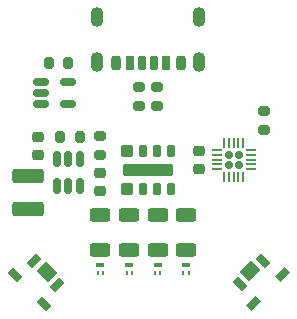
<source format=gbr>
%TF.GenerationSoftware,KiCad,Pcbnew,9.0.3*%
%TF.CreationDate,2025-07-22T22:17:19-05:00*%
%TF.ProjectId,openoshi-lightboard,6f70656e-6f73-4686-992d-6c6967687462,rev?*%
%TF.SameCoordinates,Original*%
%TF.FileFunction,Paste,Top*%
%TF.FilePolarity,Positive*%
%FSLAX46Y46*%
G04 Gerber Fmt 4.6, Leading zero omitted, Abs format (unit mm)*
G04 Created by KiCad (PCBNEW 9.0.3) date 2025-07-22 22:17:19*
%MOMM*%
%LPD*%
G01*
G04 APERTURE LIST*
G04 Aperture macros list*
%AMRoundRect*
0 Rectangle with rounded corners*
0 $1 Rounding radius*
0 $2 $3 $4 $5 $6 $7 $8 $9 X,Y pos of 4 corners*
0 Add a 4 corners polygon primitive as box body*
4,1,4,$2,$3,$4,$5,$6,$7,$8,$9,$2,$3,0*
0 Add four circle primitives for the rounded corners*
1,1,$1+$1,$2,$3*
1,1,$1+$1,$4,$5*
1,1,$1+$1,$6,$7*
1,1,$1+$1,$8,$9*
0 Add four rect primitives between the rounded corners*
20,1,$1+$1,$2,$3,$4,$5,0*
20,1,$1+$1,$4,$5,$6,$7,0*
20,1,$1+$1,$6,$7,$8,$9,0*
20,1,$1+$1,$8,$9,$2,$3,0*%
%AMRotRect*
0 Rectangle, with rotation*
0 The origin of the aperture is its center*
0 $1 length*
0 $2 width*
0 $3 Rotation angle, in degrees counterclockwise*
0 Add horizontal line*
21,1,$1,$2,0,0,$3*%
G04 Aperture macros list end*
%ADD10C,0.000000*%
%ADD11RoundRect,0.150000X0.150000X-0.512500X0.150000X0.512500X-0.150000X0.512500X-0.150000X-0.512500X0*%
%ADD12RoundRect,0.150000X-0.512500X-0.150000X0.512500X-0.150000X0.512500X0.150000X-0.512500X0.150000X0*%
%ADD13RoundRect,0.225000X0.250000X-0.225000X0.250000X0.225000X-0.250000X0.225000X-0.250000X-0.225000X0*%
%ADD14RoundRect,0.250000X-0.625000X0.312500X-0.625000X-0.312500X0.625000X-0.312500X0.625000X0.312500X0*%
%ADD15RotRect,0.711200X1.092200X135.000000*%
%ADD16RotRect,1.397000X1.092200X135.000000*%
%ADD17RoundRect,0.200000X0.200000X0.275000X-0.200000X0.275000X-0.200000X-0.275000X0.200000X-0.275000X0*%
%ADD18RoundRect,0.175000X0.175000X0.425000X-0.175000X0.425000X-0.175000X-0.425000X0.175000X-0.425000X0*%
%ADD19RoundRect,0.190000X-0.190000X-0.410000X0.190000X-0.410000X0.190000X0.410000X-0.190000X0.410000X0*%
%ADD20RoundRect,0.200000X-0.200000X-0.400000X0.200000X-0.400000X0.200000X0.400000X-0.200000X0.400000X0*%
%ADD21RoundRect,0.175000X-0.175000X-0.425000X0.175000X-0.425000X0.175000X0.425000X-0.175000X0.425000X0*%
%ADD22RoundRect,0.190000X0.190000X0.410000X-0.190000X0.410000X-0.190000X-0.410000X0.190000X-0.410000X0*%
%ADD23RoundRect,0.200000X0.200000X0.400000X-0.200000X0.400000X-0.200000X-0.400000X0.200000X-0.400000X0*%
%ADD24O,1.100000X1.700000*%
%ADD25RoundRect,0.200000X0.275000X-0.200000X0.275000X0.200000X-0.275000X0.200000X-0.275000X-0.200000X0*%
%ADD26RotRect,0.711200X1.092200X225.000000*%
%ADD27RotRect,1.397000X1.092200X225.000000*%
%ADD28RoundRect,0.050000X0.075000X-0.150000X0.075000X0.150000X-0.075000X0.150000X-0.075000X-0.150000X0*%
%ADD29RoundRect,0.050000X0.300000X-0.150000X0.300000X0.150000X-0.300000X0.150000X-0.300000X-0.150000X0*%
%ADD30RoundRect,0.167500X-0.167500X0.382500X-0.167500X-0.382500X0.167500X-0.382500X0.167500X0.382500X0*%
%ADD31RoundRect,0.200000X-0.135000X0.350000X-0.135000X-0.350000X0.135000X-0.350000X0.135000X0.350000X0*%
%ADD32RoundRect,0.200000X-0.290000X0.350000X-0.290000X-0.350000X0.290000X-0.350000X0.290000X0.350000X0*%
%ADD33RoundRect,0.275000X-1.845000X0.275000X-1.845000X-0.275000X1.845000X-0.275000X1.845000X0.275000X0*%
%ADD34RoundRect,0.250000X-1.075000X0.375000X-1.075000X-0.375000X1.075000X-0.375000X1.075000X0.375000X0*%
%ADD35RoundRect,0.225000X-0.250000X0.225000X-0.250000X-0.225000X0.250000X-0.225000X0.250000X0.225000X0*%
%ADD36RoundRect,0.167500X-0.167500X0.167500X-0.167500X-0.167500X0.167500X-0.167500X0.167500X0.167500X0*%
%ADD37RoundRect,0.050000X-0.050000X0.375000X-0.050000X-0.375000X0.050000X-0.375000X0.050000X0.375000X0*%
%ADD38RoundRect,0.050000X-0.375000X0.050000X-0.375000X-0.050000X0.375000X-0.050000X0.375000X0.050000X0*%
G04 APERTURE END LIST*
D10*
%TO.C,SW2*%
G36*
X139331445Y-109075169D02*
G01*
X138864472Y-109542142D01*
X138056249Y-108733919D01*
X138523222Y-108266946D01*
X139331445Y-109075169D01*
G37*
G36*
X141783055Y-111526779D02*
G01*
X141316082Y-111993752D01*
X140507859Y-111185529D01*
X140974832Y-110718556D01*
X141783055Y-111526779D01*
G37*
%TO.C,SW1*%
G36*
X159542142Y-111135529D02*
G01*
X158733919Y-111943752D01*
X158266946Y-111476779D01*
X159075169Y-110668556D01*
X159542142Y-111135529D01*
G37*
G36*
X161993752Y-108683919D02*
G01*
X161185529Y-109492142D01*
X160718556Y-109025169D01*
X161526779Y-108216946D01*
X161993752Y-108683919D01*
G37*
%TD*%
D11*
%TO.C,U2*%
X142300000Y-101337500D03*
X143250000Y-101337500D03*
X144200000Y-101337500D03*
X144200000Y-99062500D03*
X143250000Y-99062500D03*
X142300000Y-99062500D03*
%TD*%
D12*
%TO.C,U3*%
X140912500Y-92537500D03*
X140912500Y-93487500D03*
X140912500Y-94437500D03*
X143187500Y-94437500D03*
X143187500Y-92537500D03*
%TD*%
D13*
%TO.C,C3*%
X154300000Y-99925000D03*
X154300000Y-98375000D03*
%TD*%
D14*
%TO.C,R5*%
X153200000Y-103837500D03*
X153200000Y-106762500D03*
%TD*%
D15*
%TO.C,SW2*%
X142306155Y-109723993D03*
X140326008Y-107743846D03*
D16*
X141423845Y-108626156D03*
%TD*%
D13*
%TO.C,C1*%
X140650000Y-98775000D03*
X140650000Y-97225000D03*
%TD*%
D17*
%TO.C,R10*%
X143225000Y-90987500D03*
X141575000Y-90987500D03*
%TD*%
D18*
%TO.C,J1*%
X150500000Y-90980000D03*
D19*
X148480000Y-90980000D03*
D20*
X147250000Y-90980000D03*
D21*
X149500000Y-90980000D03*
D22*
X151520000Y-90980000D03*
D23*
X152750000Y-90980000D03*
D24*
X154320000Y-90900000D03*
X154320000Y-87100000D03*
X145680000Y-90900000D03*
X145680000Y-87100000D03*
%TD*%
D25*
%TO.C,R3*%
X150750000Y-94625000D03*
X150750000Y-92975000D03*
%TD*%
D26*
%TO.C,SW1*%
X159723993Y-107693846D03*
X157743846Y-109673993D03*
D27*
X158626156Y-108576156D03*
%TD*%
D28*
%TO.C,Q4*%
X145725000Y-108750000D03*
X146175000Y-108750000D03*
D29*
X145950000Y-108050000D03*
%TD*%
D14*
%TO.C,R6*%
X150800000Y-103837500D03*
X150800000Y-106762500D03*
%TD*%
D30*
%TO.C,D1*%
X151905000Y-98400000D03*
D31*
X151905000Y-101600000D03*
D30*
X150735000Y-98400000D03*
D31*
X150735000Y-101600000D03*
X149565000Y-98400000D03*
X149565000Y-101600000D03*
D32*
X148240000Y-98400000D03*
X148240000Y-101600000D03*
D33*
X149995000Y-100000000D03*
%TD*%
D28*
%TO.C,Q2*%
X150575000Y-108750000D03*
X151025000Y-108750000D03*
D29*
X150800000Y-108050000D03*
%TD*%
D34*
%TO.C,L1*%
X139800000Y-100500000D03*
X139800000Y-103300000D03*
%TD*%
D35*
%TO.C,C2*%
X145900000Y-100275000D03*
X145900000Y-101825000D03*
%TD*%
D25*
%TO.C,R1*%
X145900000Y-98775000D03*
X145900000Y-97125000D03*
%TD*%
%TO.C,R9*%
X159850000Y-96675000D03*
X159850000Y-95025000D03*
%TD*%
D14*
%TO.C,R7*%
X148400000Y-103837500D03*
X148400000Y-106762500D03*
%TD*%
D25*
%TO.C,R4*%
X149200000Y-94625000D03*
X149200000Y-92975000D03*
%TD*%
D28*
%TO.C,Q3*%
X148175000Y-108750000D03*
X148625000Y-108750000D03*
D29*
X148400000Y-108050000D03*
%TD*%
D14*
%TO.C,R8*%
X145950000Y-103837500D03*
X145950000Y-106762500D03*
%TD*%
D17*
%TO.C,R2*%
X144225000Y-97200000D03*
X142575000Y-97200000D03*
%TD*%
D28*
%TO.C,Q1*%
X152975000Y-108750000D03*
X153425000Y-108750000D03*
D29*
X153200000Y-108050000D03*
%TD*%
D36*
%TO.C,U1*%
X157660000Y-98740000D03*
X156840000Y-98740000D03*
X157660000Y-99560000D03*
X156840000Y-99560000D03*
D37*
X158050000Y-97700000D03*
X157650000Y-97700000D03*
X157250000Y-97700000D03*
X156850000Y-97700000D03*
X156450000Y-97700000D03*
D38*
X155800000Y-98350000D03*
X155800000Y-98750000D03*
X155800000Y-99150000D03*
X155800000Y-99550000D03*
X155800000Y-99950000D03*
D37*
X156450000Y-100600000D03*
X156850000Y-100600000D03*
X157250000Y-100600000D03*
X157650000Y-100600000D03*
X158050000Y-100600000D03*
D38*
X158700000Y-99950000D03*
X158700000Y-99550000D03*
X158700000Y-99150000D03*
X158700000Y-98750000D03*
X158700000Y-98350000D03*
%TD*%
M02*

</source>
